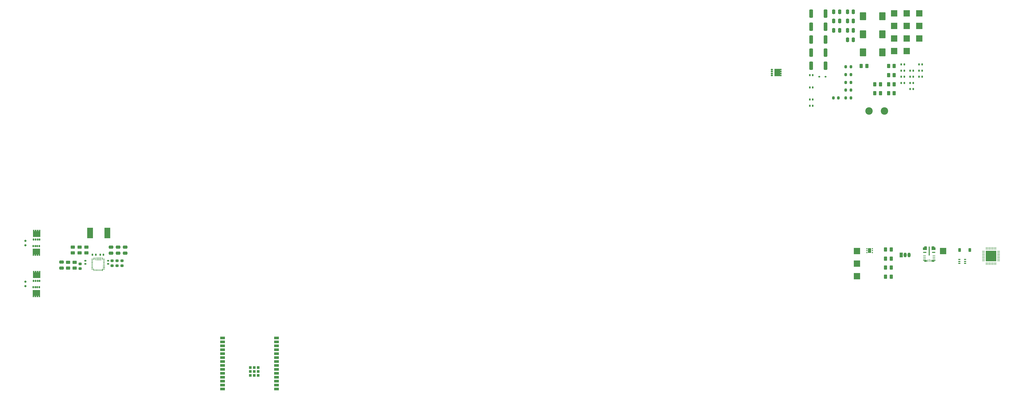
<source format=gbr>
%TF.GenerationSoftware,KiCad,Pcbnew,8.0.6*%
%TF.CreationDate,2025-01-24T16:12:18-05:00*%
%TF.ProjectId,SCAN,5343414e-2e6b-4696-9361-645f70636258,v1.0*%
%TF.SameCoordinates,Original*%
%TF.FileFunction,Soldermask,Top*%
%TF.FilePolarity,Negative*%
%FSLAX46Y46*%
G04 Gerber Fmt 4.6, Leading zero omitted, Abs format (unit mm)*
G04 Created by KiCad (PCBNEW 8.0.6) date 2025-01-24 16:12:18*
%MOMM*%
%LPD*%
G01*
G04 APERTURE LIST*
G04 Aperture macros list*
%AMRoundRect*
0 Rectangle with rounded corners*
0 $1 Rounding radius*
0 $2 $3 $4 $5 $6 $7 $8 $9 X,Y pos of 4 corners*
0 Add a 4 corners polygon primitive as box body*
4,1,4,$2,$3,$4,$5,$6,$7,$8,$9,$2,$3,0*
0 Add four circle primitives for the rounded corners*
1,1,$1+$1,$2,$3*
1,1,$1+$1,$4,$5*
1,1,$1+$1,$6,$7*
1,1,$1+$1,$8,$9*
0 Add four rect primitives between the rounded corners*
20,1,$1+$1,$2,$3,$4,$5,0*
20,1,$1+$1,$4,$5,$6,$7,0*
20,1,$1+$1,$6,$7,$8,$9,0*
20,1,$1+$1,$8,$9,$2,$3,0*%
%AMFreePoly0*
4,1,17,1.371000,0.720000,0.950000,0.720000,0.950000,0.580000,1.370000,0.580000,1.370000,0.080000,0.950000,0.080000,0.950000,-0.080000,1.370000,-0.080000,1.370000,-0.580000,0.950000,-0.580000,0.950000,-0.720000,1.370000,-0.720000,1.370000,-1.225000,-0.950000,-1.225000,-0.950000,1.225000,1.371000,1.225000,1.371000,0.720000,1.371000,0.720000,$1*%
G04 Aperture macros list end*
%ADD10C,0.000000*%
%ADD11R,2.000000X2.000000*%
%ADD12RoundRect,0.250000X0.475000X-0.250000X0.475000X0.250000X-0.475000X0.250000X-0.475000X-0.250000X0*%
%ADD13RoundRect,0.140000X-0.170000X0.140000X-0.170000X-0.140000X0.170000X-0.140000X0.170000X0.140000X0*%
%ADD14R,1.050000X1.500000*%
%ADD15O,1.050000X1.500000*%
%ADD16RoundRect,0.250000X-0.362500X-1.075000X0.362500X-1.075000X0.362500X1.075000X-0.362500X1.075000X0*%
%ADD17RoundRect,0.200000X-0.200000X-0.275000X0.200000X-0.275000X0.200000X0.275000X-0.200000X0.275000X0*%
%ADD18RoundRect,0.140000X0.140000X0.170000X-0.140000X0.170000X-0.140000X-0.170000X0.140000X-0.170000X0*%
%ADD19RoundRect,0.250000X-0.262500X-0.450000X0.262500X-0.450000X0.262500X0.450000X-0.262500X0.450000X0*%
%ADD20R,0.249999X0.249999*%
%ADD21R,1.074999X0.399999*%
%ADD22R,0.825000X0.249999*%
%ADD23R,0.249999X0.675000*%
%ADD24R,0.249999X0.825000*%
%ADD25R,0.349999X2.975000*%
%ADD26RoundRect,0.125000X0.125000X-0.190000X0.125000X0.190000X-0.125000X0.190000X-0.125000X-0.190000X0*%
%ADD27FreePoly0,90.000000*%
%ADD28RoundRect,0.225000X0.250000X-0.225000X0.250000X0.225000X-0.250000X0.225000X-0.250000X-0.225000X0*%
%ADD29RoundRect,0.250000X-0.250000X-0.475000X0.250000X-0.475000X0.250000X0.475000X-0.250000X0.475000X0*%
%ADD30RoundRect,0.250000X0.450000X-0.262500X0.450000X0.262500X-0.450000X0.262500X-0.450000X-0.262500X0*%
%ADD31RoundRect,0.135000X-0.135000X-0.185000X0.135000X-0.185000X0.135000X0.185000X-0.135000X0.185000X0*%
%ADD32R,1.498600X0.889000*%
%ADD33R,0.812800X0.812800*%
%ADD34RoundRect,0.250000X-0.475000X0.250000X-0.475000X-0.250000X0.475000X-0.250000X0.475000X0.250000X0*%
%ADD35RoundRect,0.225000X-0.225000X-0.375000X0.225000X-0.375000X0.225000X0.375000X-0.225000X0.375000X0*%
%ADD36RoundRect,0.225000X-0.250000X0.225000X-0.250000X-0.225000X0.250000X-0.225000X0.250000X0.225000X0*%
%ADD37RoundRect,0.140000X-0.140000X-0.170000X0.140000X-0.170000X0.140000X0.170000X-0.140000X0.170000X0*%
%ADD38RoundRect,0.135000X-0.185000X0.135000X-0.185000X-0.135000X0.185000X-0.135000X0.185000X0.135000X0*%
%ADD39RoundRect,0.250000X-0.787500X-1.025000X0.787500X-1.025000X0.787500X1.025000X-0.787500X1.025000X0*%
%ADD40C,2.400000*%
%ADD41R,1.850000X3.400000*%
%ADD42RoundRect,0.250000X-0.450000X0.262500X-0.450000X-0.262500X0.450000X-0.262500X0.450000X0.262500X0*%
%ADD43C,0.191587*%
%ADD44R,0.599999X0.200000*%
%ADD45C,0.157503*%
%ADD46R,0.200000X0.599999*%
%ADD47C,0.175011*%
%ADD48R,0.700001X0.200000*%
%ADD49R,0.650001X0.200000*%
%ADD50R,0.680001X0.200000*%
%ADD51R,0.200000X1.000000*%
%ADD52R,0.200000X0.950001*%
%ADD53RoundRect,0.150000X-0.200000X0.150000X-0.200000X-0.150000X0.200000X-0.150000X0.200000X0.150000X0*%
%ADD54RoundRect,0.062500X-0.337500X-0.062500X0.337500X-0.062500X0.337500X0.062500X-0.337500X0.062500X0*%
%ADD55RoundRect,0.062500X-0.062500X-0.337500X0.062500X-0.337500X0.062500X0.337500X-0.062500X0.337500X0*%
%ADD56R,3.350000X3.350000*%
%ADD57RoundRect,0.112500X-0.187500X-0.112500X0.187500X-0.112500X0.187500X0.112500X-0.187500X0.112500X0*%
%ADD58RoundRect,0.125000X-0.125000X0.190000X-0.125000X-0.190000X0.125000X-0.190000X0.125000X0.190000X0*%
%ADD59FreePoly0,270.000000*%
%ADD60RoundRect,0.100000X-0.225000X-0.100000X0.225000X-0.100000X0.225000X0.100000X-0.225000X0.100000X0*%
%ADD61RoundRect,0.125000X-0.190000X-0.125000X0.190000X-0.125000X0.190000X0.125000X-0.190000X0.125000X0*%
%ADD62FreePoly0,0.000000*%
%ADD63RoundRect,0.093750X-0.093750X-0.106250X0.093750X-0.106250X0.093750X0.106250X-0.093750X0.106250X0*%
%ADD64R,1.000000X1.600000*%
G04 APERTURE END LIST*
D10*
%TO.C,U3*%
G36*
X359160711Y-109200974D02*
G01*
X359170241Y-109203865D01*
X359179022Y-109208561D01*
X359186721Y-109214878D01*
X359236721Y-109264878D01*
X359243038Y-109272577D01*
X359247734Y-109281357D01*
X359250625Y-109290888D01*
X359251600Y-109300799D01*
X359251600Y-109750798D01*
X359250625Y-109760709D01*
X359247734Y-109770239D01*
X359243038Y-109779020D01*
X359236721Y-109786718D01*
X359186721Y-109836718D01*
X359179022Y-109843035D01*
X359170241Y-109847732D01*
X359160711Y-109850622D01*
X359150800Y-109851598D01*
X358500799Y-109851598D01*
X358490888Y-109850622D01*
X358481358Y-109847732D01*
X358472577Y-109843035D01*
X358464878Y-109836718D01*
X358414878Y-109786718D01*
X358408561Y-109779020D01*
X358403865Y-109770239D01*
X358400974Y-109760709D01*
X358399999Y-109750798D01*
X358399999Y-109521840D01*
X358379758Y-109501598D01*
X358150800Y-109501598D01*
X358140889Y-109500623D01*
X358131359Y-109497732D01*
X358122578Y-109493036D01*
X358114879Y-109486719D01*
X358064879Y-109436719D01*
X358058562Y-109429020D01*
X358053866Y-109420240D01*
X358050975Y-109410710D01*
X358050000Y-109400798D01*
X358050000Y-109300799D01*
X358050975Y-109290888D01*
X358053866Y-109281357D01*
X358058562Y-109272577D01*
X358064879Y-109264878D01*
X358114879Y-109214878D01*
X358122578Y-109208561D01*
X358131359Y-109203865D01*
X358140889Y-109200974D01*
X358150800Y-109199999D01*
X359150800Y-109199999D01*
X359160711Y-109200974D01*
G37*
G36*
X359210711Y-104850975D02*
G01*
X359220241Y-104853866D01*
X359229022Y-104858562D01*
X359236721Y-104864879D01*
X359286721Y-104914879D01*
X359293038Y-104922578D01*
X359297734Y-104931359D01*
X359300625Y-104940889D01*
X359301600Y-104950800D01*
X359301600Y-105950798D01*
X359300625Y-105960709D01*
X359297734Y-105970239D01*
X359293038Y-105979020D01*
X359286721Y-105986718D01*
X359236721Y-106036718D01*
X359229022Y-106043035D01*
X359220241Y-106047732D01*
X359210711Y-106050622D01*
X359200800Y-106051598D01*
X358150800Y-106051598D01*
X358140889Y-106050622D01*
X358131359Y-106047732D01*
X358122578Y-106043035D01*
X358114879Y-106036718D01*
X358064879Y-105986718D01*
X358058562Y-105979020D01*
X358053866Y-105970239D01*
X358050975Y-105960709D01*
X358050000Y-105950798D01*
X358050000Y-105300799D01*
X358050975Y-105290888D01*
X358053866Y-105281358D01*
X358058562Y-105272577D01*
X358064879Y-105264878D01*
X358114879Y-105214878D01*
X358122578Y-105208561D01*
X358131359Y-105203865D01*
X358140889Y-105200974D01*
X358150800Y-105199999D01*
X358379758Y-105199999D01*
X358399999Y-105179758D01*
X358399999Y-104950800D01*
X358400974Y-104940889D01*
X358403865Y-104931359D01*
X358408561Y-104922578D01*
X358414878Y-104914879D01*
X358464878Y-104864879D01*
X358472577Y-104858562D01*
X358481358Y-104853866D01*
X358490888Y-104850975D01*
X358500799Y-104850000D01*
X359200800Y-104850000D01*
X359210711Y-104850975D01*
G37*
G36*
X361610714Y-104850975D02*
G01*
X361620244Y-104853866D01*
X361629025Y-104858562D01*
X361636724Y-104864879D01*
X361686724Y-104914879D01*
X361693041Y-104922578D01*
X361697737Y-104931359D01*
X361700628Y-104940889D01*
X361701603Y-104950800D01*
X361701603Y-105179758D01*
X361721844Y-105199999D01*
X361950802Y-105199999D01*
X361960713Y-105200974D01*
X361970243Y-105203865D01*
X361979024Y-105208561D01*
X361986723Y-105214878D01*
X362036723Y-105264878D01*
X362043040Y-105272577D01*
X362047736Y-105281358D01*
X362050627Y-105290888D01*
X362051602Y-105300799D01*
X362051602Y-105950798D01*
X362050627Y-105960709D01*
X362047736Y-105970239D01*
X362043040Y-105979020D01*
X362036723Y-105986718D01*
X361986723Y-106036718D01*
X361979024Y-106043035D01*
X361970243Y-106047732D01*
X361960713Y-106050622D01*
X361950802Y-106051598D01*
X360900802Y-106051598D01*
X360890891Y-106050622D01*
X360881361Y-106047732D01*
X360872580Y-106043035D01*
X360864881Y-106036718D01*
X360814881Y-105986718D01*
X360808564Y-105979020D01*
X360803868Y-105970239D01*
X360800977Y-105960709D01*
X360800002Y-105950798D01*
X360800002Y-104950800D01*
X360800977Y-104940889D01*
X360803868Y-104931359D01*
X360808564Y-104922578D01*
X360814881Y-104914879D01*
X360864881Y-104864879D01*
X360872580Y-104858562D01*
X360881361Y-104853866D01*
X360890891Y-104850975D01*
X360900802Y-104850000D01*
X361600803Y-104850000D01*
X361610714Y-104850975D01*
G37*
G36*
X361960713Y-109200974D02*
G01*
X361970243Y-109203865D01*
X361979024Y-109208561D01*
X361986723Y-109214878D01*
X362036723Y-109264878D01*
X362043040Y-109272577D01*
X362047736Y-109281357D01*
X362050627Y-109290888D01*
X362051602Y-109300799D01*
X362051602Y-109400798D01*
X362050627Y-109410710D01*
X362047736Y-109420240D01*
X362043040Y-109429020D01*
X362036723Y-109436719D01*
X361986723Y-109486719D01*
X361979024Y-109493036D01*
X361970243Y-109497732D01*
X361960713Y-109500623D01*
X361950802Y-109501598D01*
X361721844Y-109501598D01*
X361701603Y-109521840D01*
X361701603Y-109750798D01*
X361700628Y-109760709D01*
X361697737Y-109770239D01*
X361693041Y-109779020D01*
X361686724Y-109786718D01*
X361636724Y-109836718D01*
X361629025Y-109843035D01*
X361620244Y-109847732D01*
X361610714Y-109850622D01*
X361600803Y-109851598D01*
X360950802Y-109851598D01*
X360940891Y-109850622D01*
X360931361Y-109847732D01*
X360922580Y-109843035D01*
X360914881Y-109836718D01*
X360864881Y-109786718D01*
X360858564Y-109779020D01*
X360853868Y-109770239D01*
X360850977Y-109760709D01*
X360850002Y-109750798D01*
X360850002Y-109300799D01*
X360850977Y-109290888D01*
X360853868Y-109281357D01*
X360858564Y-109272577D01*
X360864881Y-109264878D01*
X360914881Y-109214878D01*
X360922580Y-109208561D01*
X360931361Y-109203865D01*
X360940891Y-109200974D01*
X360950802Y-109199999D01*
X361950802Y-109199999D01*
X361960713Y-109200974D01*
G37*
%TO.C,U7*%
G36*
X90050003Y-108450000D02*
G01*
X90050000Y-109050002D01*
X90000000Y-109100004D01*
X89149999Y-109100001D01*
X89100002Y-109050002D01*
X89100002Y-108950002D01*
X89150002Y-108900002D01*
X89850000Y-108900002D01*
X89850000Y-108450000D01*
X89900000Y-108400000D01*
X90000000Y-108400000D01*
X90050003Y-108450000D01*
G37*
G36*
X90000000Y-112150000D02*
G01*
X90000000Y-112750002D01*
X89950000Y-112800002D01*
X89850000Y-112800002D01*
X89800000Y-112750002D01*
X89800000Y-112300000D01*
X89150002Y-112300000D01*
X89100002Y-112250000D01*
X89100002Y-112150000D01*
X89149999Y-112100001D01*
X89950000Y-112100001D01*
X90000000Y-112150000D01*
G37*
G36*
X92750000Y-108450000D02*
G01*
X92750000Y-108900002D01*
X93449998Y-108900002D01*
X93499998Y-108950002D01*
X93499998Y-109050002D01*
X93450001Y-109100001D01*
X92600000Y-109100004D01*
X92550000Y-109050002D01*
X92549997Y-108450000D01*
X92600000Y-108400000D01*
X92700000Y-108400000D01*
X92750000Y-108450000D01*
G37*
G36*
X93450001Y-112100001D02*
G01*
X93499998Y-112150000D01*
X93499998Y-112250000D01*
X93449998Y-112300000D01*
X92800000Y-112300000D01*
X92800000Y-112750002D01*
X92750000Y-112799999D01*
X92650000Y-112800002D01*
X92599997Y-112750002D01*
X92600000Y-112150000D01*
X92650000Y-112099998D01*
X93450001Y-112100001D01*
G37*
%TD*%
D11*
%TO.C,TP14*%
X336675000Y-114475000D03*
%TD*%
%TO.C,TP6*%
X352740000Y-33530000D03*
%TD*%
D12*
%TO.C,C79*%
X79500000Y-111842500D03*
X79500000Y-109942500D03*
%TD*%
D13*
%TO.C,C32*%
X94500000Y-109500000D03*
X94500000Y-110460000D03*
%TD*%
D11*
%TO.C,TP15*%
X356790000Y-37580000D03*
%TD*%
%TO.C,TP3*%
X348690000Y-37580000D03*
%TD*%
D14*
%TO.C,Q1*%
X351025000Y-107605000D03*
D15*
X352295000Y-107605000D03*
X353565000Y-107605000D03*
%TD*%
D16*
%TO.C,R5*%
X321857500Y-29560000D03*
X326482500Y-29560000D03*
%TD*%
D17*
%TO.C,R3*%
X329055000Y-56810000D03*
X330705000Y-56810000D03*
%TD*%
D18*
%TO.C,C12*%
X92990000Y-107500000D03*
X92030000Y-107500000D03*
%TD*%
D19*
%TO.C,R57*%
X345922500Y-111725000D03*
X347747500Y-111725000D03*
%TD*%
D20*
%TO.C,U3*%
X358675800Y-105450801D03*
D21*
X358637802Y-106800801D03*
D22*
X358512801Y-107875800D03*
X358512801Y-108375799D03*
X358512801Y-108875801D03*
D20*
X358650801Y-109525799D03*
D23*
X359550802Y-109463801D03*
D24*
X360050801Y-109388799D03*
D23*
X360550800Y-109463801D03*
D20*
X361450801Y-109525799D03*
D22*
X361588801Y-108875801D03*
X361588801Y-108375799D03*
X361588801Y-107875800D03*
D21*
X361463800Y-106800801D03*
D20*
X361425802Y-105450801D03*
D25*
X360050801Y-106387800D03*
%TD*%
D26*
%TO.C,Q8*%
X70420000Y-115995000D03*
X71060000Y-115995000D03*
X71720000Y-115995000D03*
X72360000Y-115995000D03*
D27*
X71390000Y-114170000D03*
%TD*%
D26*
%TO.C,Q2*%
X70420000Y-102635000D03*
X71060000Y-102635000D03*
X71720000Y-102635000D03*
X72360000Y-102635000D03*
D27*
X71390000Y-100810000D03*
%TD*%
D28*
%TO.C,C5*%
X85500000Y-112050000D03*
X85500000Y-110500000D03*
%TD*%
D29*
%TO.C,C7*%
X329150000Y-28960000D03*
X331050000Y-28960000D03*
%TD*%
%TO.C,C16*%
X333600000Y-28960000D03*
X335500000Y-28960000D03*
%TD*%
D11*
%TO.C,TP9*%
X352740000Y-41630000D03*
%TD*%
D30*
%TO.C,C81*%
X83656666Y-111825000D03*
X83656666Y-110000000D03*
%TD*%
D16*
%TO.C,R12*%
X321857500Y-33770000D03*
X326482500Y-33770000D03*
%TD*%
D19*
%TO.C,R56*%
X345922500Y-108775000D03*
X347747500Y-108775000D03*
%TD*%
D31*
%TO.C,C22*%
X350950000Y-51970000D03*
X351970000Y-51970000D03*
%TD*%
D11*
%TO.C,TP1*%
X348690000Y-29480000D03*
%TD*%
D32*
%TO.C,U1*%
X149000000Y-151000000D03*
X149000000Y-149730000D03*
X149000000Y-148460000D03*
X149000000Y-147190000D03*
X149000000Y-145920000D03*
X149000000Y-144650000D03*
X149000000Y-143380000D03*
X149000000Y-142110000D03*
X149000000Y-140840000D03*
X149000000Y-139570000D03*
X149000000Y-138300000D03*
X149000000Y-137030000D03*
X149000000Y-135760000D03*
X149000000Y-134490000D03*
X131500000Y-134490000D03*
X131500000Y-135760000D03*
X131500000Y-137030000D03*
X131500000Y-138300000D03*
X131500000Y-139570000D03*
X131500000Y-140840000D03*
X131500000Y-142110000D03*
X131500000Y-143380000D03*
X131500000Y-144650000D03*
X131500000Y-145920000D03*
X131500000Y-147190000D03*
X131500000Y-148460000D03*
X131500000Y-149730000D03*
X131500000Y-151000000D03*
D33*
X141755000Y-145280000D03*
X143005000Y-146530000D03*
X143005000Y-145280000D03*
X143005000Y-144030000D03*
X141755000Y-144030000D03*
X140505000Y-144030000D03*
X140505000Y-145280000D03*
X140505000Y-146530000D03*
X141755000Y-146530000D03*
%TD*%
D11*
%TO.C,TP8*%
X364575000Y-106375000D03*
%TD*%
D31*
%TO.C,R10*%
X353860000Y-53960000D03*
X354880000Y-53960000D03*
%TD*%
%TO.C,R60*%
X356770000Y-49980000D03*
X357790000Y-49980000D03*
%TD*%
D34*
%TO.C,C13*%
X95500000Y-105100000D03*
X95500000Y-107000000D03*
%TD*%
D31*
%TO.C,R13*%
X356770000Y-46000000D03*
X357790000Y-46000000D03*
%TD*%
%TO.C,C87*%
X353860000Y-49980000D03*
X354880000Y-49980000D03*
%TD*%
D35*
%TO.C,D8*%
X369870000Y-106025000D03*
X373170000Y-106025000D03*
%TD*%
D19*
%TO.C,C84*%
X342477500Y-52380000D03*
X344302500Y-52380000D03*
%TD*%
D11*
%TO.C,TP12*%
X336675000Y-110425000D03*
%TD*%
D16*
%TO.C,R16*%
X321857500Y-37980000D03*
X326482500Y-37980000D03*
%TD*%
D11*
%TO.C,TP7*%
X352740000Y-37580000D03*
%TD*%
D36*
%TO.C,C26*%
X97410000Y-109500000D03*
X97410000Y-111050000D03*
%TD*%
D19*
%TO.C,R62*%
X346887500Y-52380000D03*
X348712500Y-52380000D03*
%TD*%
D37*
%TO.C,C34*%
X321420000Y-57370000D03*
X322380000Y-57370000D03*
%TD*%
D11*
%TO.C,TP2*%
X348690000Y-33530000D03*
%TD*%
D29*
%TO.C,C8*%
X329150000Y-31970000D03*
X331050000Y-31970000D03*
%TD*%
D16*
%TO.C,R59*%
X321857500Y-46400000D03*
X326482500Y-46400000D03*
%TD*%
D19*
%TO.C,R25*%
X345922500Y-105825000D03*
X347747500Y-105825000D03*
%TD*%
D11*
%TO.C,TP5*%
X352740000Y-29480000D03*
%TD*%
D38*
%TO.C,C82*%
X87147500Y-109480000D03*
X87147500Y-110500000D03*
%TD*%
D11*
%TO.C,TP11*%
X336675000Y-106375000D03*
%TD*%
D16*
%TO.C,R17*%
X321857500Y-42190000D03*
X326482500Y-42190000D03*
%TD*%
D11*
%TO.C,TP13*%
X356790000Y-33530000D03*
%TD*%
D39*
%TO.C,C19*%
X338632500Y-42080000D03*
X344857500Y-42080000D03*
%TD*%
D29*
%TO.C,C18*%
X333600000Y-34980000D03*
X335500000Y-34980000D03*
%TD*%
D40*
%TO.C,TH1*%
X340550000Y-61080000D03*
X345550000Y-61080000D03*
%TD*%
D39*
%TO.C,C4*%
X338632500Y-36230000D03*
X344857500Y-36230000D03*
%TD*%
D29*
%TO.C,C17*%
X333600000Y-31970000D03*
X335500000Y-31970000D03*
%TD*%
D31*
%TO.C,R30*%
X356770000Y-47990000D03*
X357790000Y-47990000D03*
%TD*%
D41*
%TO.C,L1*%
X88725000Y-100500000D03*
X94275000Y-100500000D03*
%TD*%
D42*
%TO.C,C33*%
X83100000Y-105117500D03*
X83100000Y-106942500D03*
%TD*%
D19*
%TO.C,C10*%
X338067500Y-46480000D03*
X339892500Y-46480000D03*
%TD*%
D43*
%TO.C,U7*%
X89931255Y-108968752D03*
D44*
X89400001Y-109400001D03*
X89400001Y-109800000D03*
X89400001Y-110200002D03*
X89400001Y-110600001D03*
X89400001Y-111000000D03*
X89400001Y-111400002D03*
X89400001Y-111800001D03*
D45*
X89887501Y-112362502D03*
D46*
X90299999Y-112500000D03*
X90700001Y-112500000D03*
X91100000Y-112500000D03*
X91500000Y-112500000D03*
X91899999Y-112500000D03*
X92300001Y-112500000D03*
D47*
X92731249Y-112231250D03*
D48*
X93149999Y-111800001D03*
D49*
X93175000Y-111399999D03*
D50*
X93159999Y-111000000D03*
D44*
X93199999Y-110600001D03*
X93199999Y-110200002D03*
X93199999Y-109800000D03*
X93199999Y-109400001D03*
D47*
X92681249Y-108968752D03*
D51*
X92200001Y-108900002D03*
X91749999Y-108900002D03*
X91300000Y-108900002D03*
X90850001Y-108900002D03*
D52*
X90399999Y-108875001D03*
%TD*%
D19*
%TO.C,R24*%
X346887500Y-49430000D03*
X348712500Y-49430000D03*
%TD*%
D17*
%TO.C,R4*%
X333065000Y-46770000D03*
X334715000Y-46770000D03*
%TD*%
D53*
%TO.C,D12*%
X67800000Y-104450000D03*
X67800000Y-103050000D03*
%TD*%
D31*
%TO.C,C11*%
X350950000Y-46000000D03*
X351970000Y-46000000D03*
%TD*%
D29*
%TO.C,C9*%
X329150000Y-34980000D03*
X331050000Y-34980000D03*
%TD*%
D31*
%TO.C,C21*%
X350950000Y-49980000D03*
X351970000Y-49980000D03*
%TD*%
D36*
%TO.C,C29*%
X99000000Y-109500000D03*
X99000000Y-111050000D03*
%TD*%
D29*
%TO.C,C78*%
X333600000Y-37990000D03*
X335500000Y-37990000D03*
%TD*%
D17*
%TO.C,R9*%
X333065000Y-51790000D03*
X334715000Y-51790000D03*
%TD*%
D11*
%TO.C,TP10*%
X356790000Y-29480000D03*
%TD*%
D54*
%TO.C,U10*%
X377565000Y-106475000D03*
X377565000Y-106975000D03*
X377565000Y-107475000D03*
X377565000Y-107975000D03*
X377565000Y-108475000D03*
X377565000Y-108975000D03*
X377565000Y-109475000D03*
D55*
X378515000Y-110425000D03*
X379015000Y-110425000D03*
X379515000Y-110425000D03*
X380015000Y-110425000D03*
X380515000Y-110425000D03*
X381015000Y-110425000D03*
X381515000Y-110425000D03*
D54*
X382465000Y-109475000D03*
X382465000Y-108975000D03*
X382465000Y-108475000D03*
X382465000Y-107975000D03*
X382465000Y-107475000D03*
X382465000Y-106975000D03*
X382465000Y-106475000D03*
D55*
X381515000Y-105525000D03*
X381015000Y-105525000D03*
X380515000Y-105525000D03*
X380015000Y-105525000D03*
X379515000Y-105525000D03*
X379015000Y-105525000D03*
X378515000Y-105525000D03*
D56*
X380015000Y-107975000D03*
%TD*%
D57*
%TO.C,D13*%
X324455000Y-49980000D03*
X326555000Y-49980000D03*
%TD*%
D36*
%TO.C,C23*%
X95820000Y-109500000D03*
X95820000Y-111050000D03*
%TD*%
D42*
%TO.C,C30*%
X87500000Y-105117500D03*
X87500000Y-106942500D03*
%TD*%
D37*
%TO.C,C83*%
X321420000Y-59340000D03*
X322380000Y-59340000D03*
%TD*%
D58*
%TO.C,Q7*%
X72265000Y-104700000D03*
X71625000Y-104700000D03*
X70965000Y-104700000D03*
X70325000Y-104700000D03*
D59*
X71295000Y-106525000D03*
%TD*%
D42*
%TO.C,C31*%
X85300000Y-105117500D03*
X85300000Y-106942500D03*
%TD*%
D37*
%TO.C,C27*%
X321420000Y-53430000D03*
X322380000Y-53430000D03*
%TD*%
D34*
%TO.C,C15*%
X100000000Y-105100000D03*
X100000000Y-107000000D03*
%TD*%
D39*
%TO.C,C3*%
X338632500Y-30380000D03*
X344857500Y-30380000D03*
%TD*%
D31*
%TO.C,C28*%
X89490000Y-107500000D03*
X90510000Y-107500000D03*
%TD*%
D30*
%TO.C,C80*%
X81593333Y-111825000D03*
X81593333Y-110000000D03*
%TD*%
D53*
%TO.C,D1*%
X67800000Y-117670000D03*
X67800000Y-116270000D03*
%TD*%
D34*
%TO.C,C14*%
X97750000Y-105100000D03*
X97750000Y-107000000D03*
%TD*%
D17*
%TO.C,R7*%
X333065000Y-49280000D03*
X334715000Y-49280000D03*
%TD*%
D37*
%TO.C,C6*%
X321420000Y-49490000D03*
X322380000Y-49490000D03*
%TD*%
D17*
%TO.C,R15*%
X333065000Y-54300000D03*
X334715000Y-54300000D03*
%TD*%
D60*
%TO.C,Q5*%
X369775000Y-109050000D03*
X369775000Y-109700000D03*
X369775000Y-110350000D03*
X371675000Y-110350000D03*
X371675000Y-109700000D03*
X371675000Y-109050000D03*
%TD*%
D58*
%TO.C,Q9*%
X72265000Y-118060000D03*
X71625000Y-118060000D03*
X70965000Y-118060000D03*
X70325000Y-118060000D03*
D59*
X71295000Y-119885000D03*
%TD*%
D31*
%TO.C,C20*%
X350950000Y-47990000D03*
X351970000Y-47990000D03*
%TD*%
D19*
%TO.C,R14*%
X346887500Y-46480000D03*
X348712500Y-46480000D03*
%TD*%
%TO.C,R63*%
X346887500Y-55330000D03*
X348712500Y-55330000D03*
%TD*%
D11*
%TO.C,TP4*%
X348690000Y-41630000D03*
%TD*%
D19*
%TO.C,R61*%
X345922500Y-114675000D03*
X347747500Y-114675000D03*
%TD*%
D61*
%TO.C,Q10*%
X309150000Y-47640000D03*
X309150000Y-48280000D03*
X309150000Y-48940000D03*
X309150000Y-49580000D03*
D62*
X310975000Y-48610000D03*
%TD*%
D31*
%TO.C,C85*%
X353860000Y-47990000D03*
X354880000Y-47990000D03*
%TD*%
%TO.C,R8*%
X353860000Y-51970000D03*
X354880000Y-51970000D03*
%TD*%
D17*
%TO.C,R64*%
X333065000Y-56810000D03*
X334715000Y-56810000D03*
%TD*%
D63*
%TO.C,U11*%
X339892500Y-105550000D03*
X339892500Y-106200000D03*
X339892500Y-106850000D03*
X341667500Y-106850000D03*
X341667500Y-106200000D03*
X341667500Y-105550000D03*
D64*
X340780000Y-106200000D03*
%TD*%
D19*
%TO.C,R11*%
X342477500Y-55330000D03*
X344302500Y-55330000D03*
%TD*%
M02*

</source>
